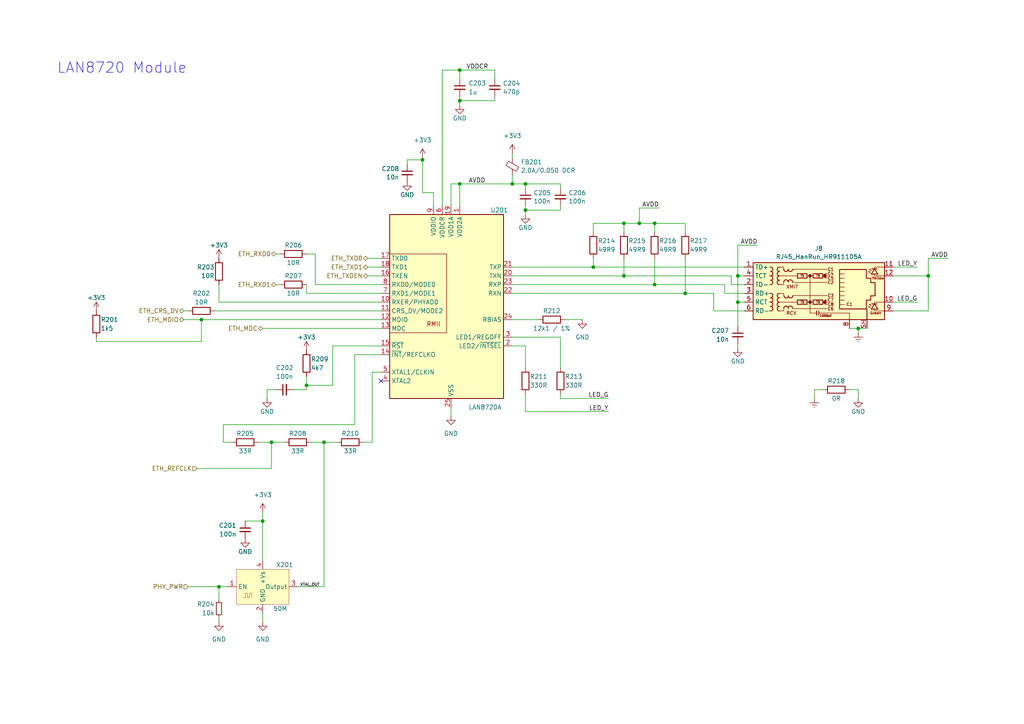
<source format=kicad_sch>
(kicad_sch (version 20230121) (generator eeschema)
  (paper "A4")
  (lib_symbols
    (symbol "Device:C_Small" (pin_numbers hide) (pin_names (offset 0.254) hide)
      (property "Reference" "C" (at 0.254 1.778 0))
      (property "Value" "C_Small" (at 0.254 -2.032 0))
      (symbol "C_Small_0_1"
        (polyline (pts (xy -1.524 -0.508) (xy 1.524 -0.508)) (stroke (width 0.3302)))
        (polyline (pts (xy -1.524 0.508) (xy 1.524 0.508)) (stroke (width 0.3048)))
      )
      (symbol "C_Small_1_1"
        (pin passive line (at 0 2.54 270) (length 2.032) (name "~") (number "1"))
        (pin passive line (at 0 -2.54 90) (length 2.032) (name "~") (number "2"))
      )
    )
    (symbol "Device:FerriteBead_Small" (pin_numbers hide) (pin_names (offset 0))
      (property "Reference" "FB" (at 1.905 1.27 0))
      (property "Value" "FerriteBead_Small" (at 1.905 -1.27 0))
      (symbol "FerriteBead_Small_0_1"
        (polyline (pts (xy 0 -1.27) (xy 0 -0.7874)))
        (polyline (pts (xy 0 0.889) (xy 0 1.2954)))
        (polyline (pts (xy -1.8288 0.2794) (xy -1.1176 1.4986) (xy 1.8288 -0.2032) (xy 1.1176 -1.4224) (xy -1.8288 0.2794)))
      )
      (symbol "FerriteBead_Small_1_1"
        (pin passive line (at 0 2.54 270) (length 1.27) (name "~") (number "1"))
        (pin passive line (at 0 -2.54 90) (length 1.27) (name "~") (number "2"))
      )
    )
    (symbol "Device:R" (pin_numbers hide) (pin_names (offset 0))
      (property "Reference" "R" (at 2.032 0 90))
      (property "Value" "R" (at 0 0 90))
      (symbol "R_0_1"
        (rectangle (start -1.016 -2.54) (end 1.016 2.54) (stroke (width 0.254)))
      )
      (symbol "R_1_1"
        (pin passive line (at 0 3.81 270) (length 1.27) (name "~") (number "1"))
        (pin passive line (at 0 -3.81 90) (length 1.27) (name "~") (number "2"))
      )
    )
    (symbol "Device:R_Small" (pin_numbers hide) (pin_names (offset 0.254) hide)
      (property "Reference" "R" (at 0.762 0.508 0))
      (property "Value" "R_Small" (at 0.762 -1.016 0))
      (symbol "R_Small_0_1"
        (rectangle (start -0.762 1.778) (end 0.762 -1.778) (stroke (width 0.2032)))
      )
      (symbol "R_Small_1_1"
        (pin passive line (at 0 2.54 270) (length 0.762) (name "~") (number "1"))
        (pin passive line (at 0 -2.54 90) (length 0.762) (name "~") (number "2"))
      )
    )
    (symbol "Interface_Ethernet:LAN8720A"
      (property "Reference" "U" (at -13.97 29.21 0))
      (property "Value" "LAN8720A" (at 15.24 29.21 0))
      (symbol "LAN8720A_0_0"
        (text "RMII" (at -5.08 -3.81 0) (effects (font (size 1.27 1.27))))
      )
      (symbol "LAN8720A_0_1"
        (rectangle (start -17.78 27.94) (end 15.24 -25.4) (stroke (width 0.254)) (fill (type background)))
        (polyline (pts (xy -17.78 -6.35) (xy -1.27 -6.35) (xy -1.27 16.51) (xy -17.78 16.51)))
      )
      (symbol "LAN8720A_1_1"
        (pin power_in line (at 2.54 30.48 270) (length 2.54) (name "VDD2A") (number "1"))
        (pin output line (at -20.32 2.54 0) (length 2.54) (name "RXER/PHYAD0") (number "10"))
        (pin bidirectional line (at -20.32 0 0) (length 2.54) (name "CRS_DV/MODE2") (number "11"))
        (pin bidirectional line (at -20.32 -2.54 0) (length 2.54) (name "MDIO") (number "12"))
        (pin input line (at -20.32 -5.08 0) (length 2.54) (name "MDC") (number "13"))
        (pin output line (at -20.32 -12.7 0) (length 2.54) (name "~{INT}/REFCLKO") (number "14"))
        (pin input line (at -20.32 -10.16 0) (length 2.54) (name "~{RST}") (number "15"))
        (pin input line (at -20.32 10.16 0) (length 2.54) (name "TXEN") (number "16"))
        (pin input line (at -20.32 15.24 0) (length 2.54) (name "TXD0") (number "17"))
        (pin input line (at -20.32 12.7 0) (length 2.54) (name "TXD1") (number "18"))
        (pin power_in line (at 0 30.48 270) (length 2.54) (name "VDD1A") (number "19"))
        (pin bidirectional line (at 17.78 -10.16 180) (length 2.54) (name "LED2/~{INTSEL}") (number "2"))
        (pin bidirectional line (at 17.78 10.16 180) (length 2.54) (name "TXN") (number "20"))
        (pin bidirectional line (at 17.78 12.7 180) (length 2.54) (name "TXP") (number "21"))
        (pin bidirectional line (at 17.78 5.08 180) (length 2.54) (name "RXN") (number "22"))
        (pin bidirectional line (at 17.78 7.62 180) (length 2.54) (name "RXP") (number "23"))
        (pin passive line (at 17.78 -2.54 180) (length 2.54) (name "RBIAS") (number "24"))
        (pin power_in line (at 0 -27.94 90) (length 2.54) (name "VSS") (number "25"))
        (pin bidirectional line (at 17.78 -7.62 180) (length 2.54) (name "LED1/REGOFF") (number "3"))
        (pin output line (at -20.32 -20.32 0) (length 2.54) (name "XTAL2") (number "4"))
        (pin input line (at -20.32 -17.78 0) (length 2.54) (name "XTAL1/CLKIN") (number "5"))
        (pin power_in line (at -2.54 30.48 270) (length 2.54) (name "VDDCR") (number "6"))
        (pin bidirectional line (at -20.32 5.08 0) (length 2.54) (name "RXD1/MODE1") (number "7"))
        (pin bidirectional line (at -20.32 7.62 0) (length 2.54) (name "RXD0/MODE0") (number "8"))
        (pin power_in line (at -5.08 30.48 270) (length 2.54) (name "VDDIO") (number "9"))
      )
    )
    (symbol "Oscillator:CFPS-72"
      (property "Reference" "X" (at -6.35 6.35 0))
      (property "Value" "CFPS-72" (at 6.35 6.35 0))
      (symbol "CFPS-72_0_1"
        (rectangle (start -7.62 5.08) (end 7.62 -5.08) (stroke (width 0.001)) (fill (type background)))
        (polyline (pts (xy -5.715 -3.175) (xy -5.08 -3.175) (xy -5.08 -1.905) (xy -4.445 -1.905) (xy -4.445 -3.175) (xy -3.81 -3.175) (xy -3.81 -1.905) (xy -3.175 -1.905) (xy -3.175 -3.175)) (stroke (width 0.0005)))
      )
      (symbol "CFPS-72_1_1"
        (pin input line (at -10.16 0 0) (length 2.54) (name "EN") (number "1"))
        (pin power_in line (at 0 -7.62 90) (length 2.54) (name "GND") (number "2"))
        (pin output line (at 10.16 0 180) (length 2.54) (name "Output") (number "3"))
        (pin power_in line (at 0 7.62 270) (length 2.54) (name "+Vs") (number "4"))
      )
    )
    (symbol "power:+3V3" (power) (pin_names (offset 0))
      (property "Value" "+3V3" (at 0 3.556 0))
      (symbol "+3V3_0_1"
        (polyline (pts (xy -0.762 1.27) (xy 0 2.54)))
        (polyline (pts (xy 0 0) (xy 0 2.54)))
        (polyline (pts (xy 0 2.54) (xy 0.762 1.27)))
      )
      (symbol "+3V3_1_1"
        (pin power_in line (at 0 0 90) (length 0) hide (name "+3V3") (number "1"))
      )
    )
    (symbol "power:Earth" (power) (pin_names (offset 0))
      (symbol "Earth_0_1"
        (polyline (pts (xy -0.635 -1.905) (xy 0.635 -1.905)))
        (polyline (pts (xy -0.127 -2.54) (xy 0.127 -2.54)))
        (polyline (pts (xy 0 -1.27) (xy 0 0)))
        (polyline (pts (xy 1.27 -1.27) (xy -1.27 -1.27)))
      )
      (symbol "Earth_1_1"
        (pin power_in line (at 0 0 270) (length 0) hide (name "Earth") (number "1"))
      )
    )
    (symbol "power:GND" (power) (pin_names (offset 0))
      (property "Value" "GND" (at 0 -3.81 0))
      (symbol "GND_0_1"
        (polyline (pts (xy 0 0) (xy 0 -1.27) (xy 1.27 -1.27) (xy 0 -2.54) (xy -1.27 -1.27) (xy 0 -1.27)))
      )
      (symbol "GND_1_1"
        (pin power_in line (at 0 0 270) (length 0) hide (name "GND") (number "1"))
      )
    )
    (symbol "remora_lib:RJ45_HanRun_HR911105A"
      (property "Reference" "J" (at 17.78 10.16 0))
      (property "Value" "RJ45_HanRun_HR911105A" (at -6.35 10.16 0))
      (symbol "RJ45_HanRun_HR911105A_0_0"
        (circle (center -1.27 -2.54) (radius 0.0001) (stroke (width 0.508)))
        (circle (center -1.27 5.08) (radius 0.0001) (stroke (width 0.508)))
        (polyline (pts (xy -1.27 5.08) (xy -1.27 -5.715)))
        (polyline (pts (xy 0.635 -5.08) (xy 0.635 -6.35)) (stroke (width 0.254)))
        (polyline (pts (xy 1.27 -5.08) (xy 1.27 -6.35)) (stroke (width 0.254)))
        (polyline (pts (xy 3.048 -2.54) (xy 2.54 -2.54)))
        (polyline (pts (xy 3.048 5.08) (xy 2.54 5.08)))
        (polyline (pts (xy 17.399 -3.175) (xy 17.399 -2.54) (xy 20.32 -2.54)))
        (polyline (pts (xy 17.399 6.985) (xy 17.399 7.62) (xy 20.32 7.62)))
        (polyline (pts (xy 20.32 -5.08) (xy 17.399 -5.08) (xy 17.399 -4.572)))
        (polyline (pts (xy 20.32 5.08) (xy 17.399 5.08) (xy 17.399 5.588)))
        (polyline (pts (xy 3.683 -1.905) (xy 3.048 -1.905) (xy 3.048 -3.175) (xy 3.683 -3.175)))
        (polyline (pts (xy 3.683 5.715) (xy 3.048 5.715) (xy 3.048 4.445) (xy 3.683 4.445)))
        (circle (center 3.048 -2.54) (radius 0.0001) (stroke (width 0.508)))
        (circle (center 3.048 5.08) (radius 0.0001) (stroke (width 0.508)))
        (text "C1" (at 4.699 6.985 0) (effects (font (size 0.889 0.889))))
        (text "C1" (at 10.16 -3.175 0) (effects (font (size 0.889 0.889))))
        (text "C2" (at 4.699 3.175 0) (effects (font (size 0.889 0.889))))
        (text "C3" (at 4.699 -0.635 0) (effects (font (size 0.889 0.889))))
        (text "C4" (at 4.699 5.715 0) (effects (font (size 0.889 0.889))))
        (text "C5" (at 4.699 4.445 0) (effects (font (size 0.889 0.889))))
        (text "C6" (at 4.699 -4.445 0) (effects (font (size 0.889 0.889))))
        (text "C7" (at 4.699 -1.905 0) (effects (font (size 0.889 0.889))))
        (text "C8" (at 4.699 -3.175 0) (effects (font (size 0.889 0.889))))
        (text "RCV" (at -8.255 -5.715 0) (effects (font (size 1.016 1.016)) (justify left)))
        (text "XMIT" (at -8.255 1.905 0) (effects (font (size 1.016 1.016)) (justify left)))
      )
      (symbol "RJ45_HanRun_HR911105A_0_1"
        (rectangle (start -17.78 8.89) (end 20.32 -7.62) (stroke (width 0.254)) (fill (type background)))
        (polyline (pts (xy -12.7 -5.08) (xy -13.081 -5.08)))
        (polyline (pts (xy -12.7 -2.54) (xy -13.081 -2.54)))
        (polyline (pts (xy -12.7 0) (xy -13.081 0)))
        (polyline (pts (xy -12.7 2.54) (xy -13.081 2.54)))
        (polyline (pts (xy -12.7 5.08) (xy -13.081 5.08)))
        (polyline (pts (xy -12.7 7.62) (xy -13.081 7.62)))
        (polyline (pts (xy -6.35 -4.445) (xy 3.683 -4.445)))
        (polyline (pts (xy -6.35 3.175) (xy 3.683 3.175)))
        (polyline (pts (xy -6.35 6.985) (xy 3.683 6.985)))
        (polyline (pts (xy -6.223 -0.635) (xy 3.683 -0.635)))
        (polyline (pts (xy -5.08 -2.54) (xy -10.16 -2.54)))
        (polyline (pts (xy -4.953 5.08) (xy -10.16 5.08)))
        (polyline (pts (xy -2.159 -2.54) (xy -0.381 -2.54)))
        (polyline (pts (xy -2.159 5.08) (xy -0.381 5.08)))
        (polyline (pts (xy 0.635 -5.715) (xy -1.27 -5.715)))
        (polyline (pts (xy 7.4295 -1.9685) (xy 8.6995 -1.9685)))
        (polyline (pts (xy 7.4295 -0.6985) (xy 8.6995 -0.6985)))
        (polyline (pts (xy 7.4295 0.5715) (xy 8.6995 0.5715)))
        (polyline (pts (xy 7.4295 1.8415) (xy 8.6995 1.8415)))
        (polyline (pts (xy 7.4295 3.1115) (xy 8.6995 3.1115)))
        (polyline (pts (xy 8.6995 -3.2385) (xy 7.4295 -3.2385)))
        (polyline (pts (xy 8.6995 4.3815) (xy 7.4295 4.3815)))
        (polyline (pts (xy 8.6995 5.6515) (xy 7.4295 5.6515)))
        (polyline (pts (xy 10.16 -5.715) (xy 1.27 -5.715)))
        (polyline (pts (xy 10.16 -5.715) (xy 10.16 -7.62)))
        (polyline (pts (xy -10.16 0) (xy -8.89 0) (xy -8.89 -0.635)))
        (polyline (pts (xy -10.16 7.62) (xy -8.89 7.62) (xy -8.89 6.985)))
        (polyline (pts (xy -8.89 -4.445) (xy -8.89 -5.08) (xy -10.16 -5.08)))
        (polyline (pts (xy -8.89 3.175) (xy -8.89 2.54) (xy -10.16 2.54)))
      )
      (symbol "RJ45_HanRun_HR911105A_1_0"
        (text "1000pF" (at 3.302 -6.477 0) (effects (font (size 0.635 0.635))))
      )
      (symbol "RJ45_HanRun_HR911105A_1_1"
        (arc (start -12.7 -1.27) (mid -12.0677 -0.635) (end -12.7 0) (stroke (width 0.254)))
        (arc (start -12.6973 -5.08) (mid -12.065 -4.445) (end -12.6973 -3.81) (stroke (width 0.254)))
        (arc (start -12.6973 -3.81) (mid -12.065 -3.175) (end -12.6973 -2.54) (stroke (width 0.254)))
        (arc (start -12.6973 -2.54) (mid -12.065 -1.905) (end -12.6973 -1.27) (stroke (width 0.254)))
        (arc (start -12.6973 6.35) (mid -12.065 6.985) (end -12.6973 7.62) (stroke (width 0.254)))
        (arc (start -12.6946 2.54) (mid -12.0623 3.175) (end -12.6946 3.81) (stroke (width 0.254)))
        (arc (start -12.6946 3.81) (mid -12.0623 4.445) (end -12.6946 5.08) (stroke (width 0.254)))
        (arc (start -12.6946 5.08) (mid -12.0623 5.715) (end -12.6946 6.35) (stroke (width 0.254)))
        (arc (start -10.1654 -2.54) (mid -10.7977 -3.175) (end -10.1654 -3.81) (stroke (width 0.254)))
        (arc (start -10.1654 -1.27) (mid -10.7977 -1.905) (end -10.1654 -2.54) (stroke (width 0.254)))
        (arc (start -10.1654 0) (mid -10.7977 -0.635) (end -10.1654 -1.27) (stroke (width 0.254)))
        (arc (start -10.1654 5.08) (mid -10.7977 4.445) (end -10.1654 3.81) (stroke (width 0.254)))
        (arc (start -10.1654 6.35) (mid -10.7977 5.715) (end -10.1654 5.08) (stroke (width 0.254)))
        (arc (start -10.1654 7.62) (mid -10.7977 6.985) (end -10.1654 6.35) (stroke (width 0.254)))
        (arc (start -10.1627 -3.81) (mid -10.795 -4.445) (end -10.1627 -5.08) (stroke (width 0.254)))
        (arc (start -10.1627 3.81) (mid -10.795 3.175) (end -10.1627 2.54) (stroke (width 0.254)))
        (arc (start -8.89 6.9823) (mid -8.255 6.35) (end -7.62 6.9823) (stroke (width 0.254)))
        (arc (start -8.8265 -0.7012) (mid -8.1915 -1.3335) (end -7.5565 -0.7012) (stroke (width 0.254)))
        (arc (start -7.62 -4.3153) (mid -8.255 -3.683) (end -8.89 -4.3153) (stroke (width 0.254)))
        (arc (start -7.62 3.3047) (mid -8.255 3.937) (end -8.89 3.3047) (stroke (width 0.254)))
        (arc (start -7.62 6.985) (mid -6.985 6.3527) (end -6.35 6.985) (stroke (width 0.254)))
        (arc (start -7.5565 -0.6985) (mid -6.9215 -1.3308) (end -6.2865 -0.6985) (stroke (width 0.254)))
        (arc (start -6.35 -4.3126) (mid -6.985 -3.6803) (end -7.62 -4.3126) (stroke (width 0.254)))
        (arc (start -6.35 3.3074) (mid -6.985 3.9397) (end -7.62 3.3074) (stroke (width 0.254)))
        (rectangle (start -4.953 -1.905) (end -2.159 -3.175) (stroke (width 0.254)))
        (rectangle (start -4.953 5.715) (end -2.159 4.445) (stroke (width 0.254)))
        (rectangle (start -0.381 -1.905) (end 2.413 -3.175) (stroke (width 0.254)))
        (rectangle (start -0.381 5.715) (end 2.413 4.445) (stroke (width 0.254)))
        (polyline (pts (xy 15.24 -7.62) (xy 15.24 -4.572)) (stroke (width 0.254)))
        (polyline (pts (xy 15.748 -3.81) (xy 15.748 -4.064)))
        (polyline (pts (xy 15.748 6.35) (xy 15.748 6.096)))
        (polyline (pts (xy 16.002 -3.175) (xy 16.002 -3.429)))
        (polyline (pts (xy 16.002 6.985) (xy 16.002 6.731)))
        (polyline (pts (xy 16.637 -3.048) (xy 18.161 -3.048)) (stroke (width 0.254)))
        (polyline (pts (xy 16.637 7.112) (xy 18.161 7.112)) (stroke (width 0.254)))
        (polyline (pts (xy 16.256 -4.318) (xy 15.748 -3.81) (xy 16.002 -3.81)))
        (polyline (pts (xy 16.256 5.842) (xy 15.748 6.35) (xy 16.002 6.35)))
        (polyline (pts (xy 16.51 -3.683) (xy 16.002 -3.175) (xy 16.256 -3.175)))
        (polyline (pts (xy 16.51 6.477) (xy 16.002 6.985) (xy 16.256 6.985)))
        (polyline (pts (xy 16.51 -4.572) (xy 18.415 -4.572) (xy 17.399 -3.048) (xy 16.51 -4.572)) (stroke (width 0.254)))
        (polyline (pts (xy 16.51 5.588) (xy 18.415 5.588) (xy 17.399 7.112) (xy 16.51 5.588)) (stroke (width 0.254)))
        (polyline (pts (xy 7.3025 -4.5085) (xy 7.3025 6.9215) (xy 15.0495 6.9215) (xy 15.0495 4.3815) (xy 16.3195 4.3815) (xy 16.3195 3.1115) (xy 17.5895 3.1115) (xy 17.5895 -0.6985) (xy 16.3195 -0.6985) (xy 16.3195 -1.9685) (xy 15.0495 -1.9685) (xy 15.0495 -4.5085) (xy 7.3025 -4.5085)) (stroke (width 0.254)))
        (text "75" (at -3.556 -2.54 0) (effects (font (size 0.635 0.635))))
        (text "75" (at -3.556 5.08 0) (effects (font (size 0.635 0.635))))
        (text "75" (at 1.016 -2.54 0) (effects (font (size 0.635 0.635))))
        (text "75" (at 1.016 5.08 0) (effects (font (size 0.635 0.635))))
        (text "Green" (at 17.78 -5.715 0) (effects (font (size 0.75 0.75))))
        (text "Yellow" (at 18.415 4.445 0) (effects (font (size 0.75 0.75))))
        (pin passive line (at -20.32 7.62 0) (length 2.54) (name "TD+") (number "1"))
        (pin passive line (at 22.86 -2.54 180) (length 2.54) (name "") (number "10"))
        (pin passive line (at 22.86 7.62 180) (length 2.54) (name "") (number "11"))
        (pin passive line (at 22.86 5.08 180) (length 2.54) (name "") (number "12"))
        (pin passive line (at -20.32 2.54 0) (length 2.54) (name "TD-") (number "2"))
        (pin passive line (at -20.32 0 0) (length 2.54) (name "RD+") (number "3"))
        (pin passive line (at -20.32 5.08 0) (length 2.54) (name "TCT") (number "4"))
        (pin passive line (at -20.32 -2.54 0) (length 2.54) (name "RCT") (number "5"))
        (pin passive line (at -20.32 -5.08 0) (length 2.54) (name "RD-") (number "6"))
        (pin no_connect line (at 20.32 0 0) (length 0) hide (name "NC") (number "7"))
        (pin power_in line (at 10.16 -10.16 90) (length 2.54) (name "") (number "8"))
        (pin passive line (at 22.86 -5.08 180) (length 2.54) (name "") (number "9"))
        (pin passive line (at 15.24 -10.16 90) (length 2.54) (name "") (number "SH"))
      )
    )
  )
  (junction (at 189.865 82.55))
  (junction (at 172.085 77.47))
  (junction (at 78.74 128.27))
  (junction (at 148.59 53.34))
  (junction (at 133.35 53.34))
  (junction (at 58.42 92.71))
  (junction (at 93.98 128.27))
  (junction (at 88.9 111.76))
  (junction (at 76.2 151.13))
  (junction (at 180.975 64.77))
  (junction (at 248.92 95.25))
  (junction (at 269.24 80.01))
  (junction (at 180.975 80.01))
  (junction (at 152.4 60.96))
  (junction (at 189.865 64.77))
  (junction (at 198.755 85.09))
  (junction (at 122.555 46.355))
  (junction (at 63.5 170.18))
  (junction (at 133.35 29.21))
  (junction (at 213.995 80.01))
  (junction (at 152.4 53.34))
  (junction (at 133.35 20.32))
  (junction (at 185.42 64.77))
  (junction (at 213.995 87.63))
  (no_connect (at 110.49 110.49))
  (wire (pts (xy 53.34 90.17) (xy 54.61 90.17)))
  (wire (pts (xy 88.9 73.66) (xy 91.44 73.66)))
  (wire (pts (xy 162.56 115.57) (xy 176.53 115.57)))
  (wire (pts (xy 148.59 92.71) (xy 156.21 92.71)))
  (wire (pts (xy 128.27 20.32) (xy 133.35 20.32)))
  (wire (pts (xy 110.49 100.33) (xy 96.52 100.33)))
  (wire (pts (xy 148.59 53.34) (xy 152.4 53.34)))
  (wire (pts (xy 236.22 115.57) (xy 236.22 113.03)))
  (wire (pts (xy 63.5 170.18) (xy 66.04 170.18)))
  (wire (pts (xy 93.98 128.27) (xy 97.79 128.27)))
  (wire (pts (xy 143.51 27.94) (xy 143.51 29.21)))
  (wire (pts (xy 58.42 99.06) (xy 58.42 92.71)))
  (wire (pts (xy 88.9 82.55) (xy 88.9 85.09)))
  (wire (pts (xy 93.98 170.18) (xy 93.98 128.27)))
  (wire (pts (xy 63.5 179.07) (xy 63.5 180.34)))
  (wire (pts (xy 259.08 77.47) (xy 266.065 77.47)))
  (wire (pts (xy 63.5 82.55) (xy 63.5 87.63)))
  (wire (pts (xy 189.865 74.93) (xy 189.865 82.55)))
  (wire (pts (xy 76.2 151.13) (xy 76.2 162.56)))
  (wire (pts (xy 106.68 80.01) (xy 110.49 80.01)))
  (wire (pts (xy 91.44 73.66) (xy 91.44 82.55)))
  (wire (pts (xy 172.085 77.47) (xy 215.9 77.47)))
  (wire (pts (xy 76.2 177.8) (xy 76.2 180.34)))
  (wire (pts (xy 106.68 74.93) (xy 110.49 74.93)))
  (wire (pts (xy 130.81 53.34) (xy 133.35 53.34)))
  (wire (pts (xy 62.23 90.17) (xy 110.49 90.17)))
  (wire (pts (xy 64.77 123.19) (xy 64.77 128.27)))
  (wire (pts (xy 207.01 90.17) (xy 207.01 85.09)))
  (wire (pts (xy 133.35 53.34) (xy 148.59 53.34)))
  (wire (pts (xy 106.68 77.47) (xy 110.49 77.47)))
  (wire (pts (xy 198.755 74.93) (xy 198.755 85.09)))
  (wire (pts (xy 185.42 64.77) (xy 189.865 64.77)))
  (wire (pts (xy 130.81 59.69) (xy 130.81 53.34)))
  (wire (pts (xy 152.4 60.96) (xy 152.4 62.23)))
  (wire (pts (xy 163.83 92.71) (xy 168.91 92.71)))
  (wire (pts (xy 152.4 54.61) (xy 152.4 53.34)))
  (wire (pts (xy 248.92 113.03) (xy 248.92 115.57)))
  (wire (pts (xy 53.34 92.71) (xy 58.42 92.71)))
  (wire (pts (xy 162.56 60.96) (xy 152.4 60.96)))
  (wire (pts (xy 213.995 71.12) (xy 219.71 71.12)))
  (wire (pts (xy 133.35 27.94) (xy 133.35 29.21)))
  (wire (pts (xy 269.24 74.93) (xy 274.955 74.93)))
  (wire (pts (xy 122.555 46.355) (xy 122.555 55.88)))
  (wire (pts (xy 212.09 80.01) (xy 180.975 80.01)))
  (wire (pts (xy 148.59 50.8) (xy 148.59 53.34)))
  (wire (pts (xy 198.755 64.77) (xy 189.865 64.77)))
  (wire (pts (xy 122.555 45.72) (xy 122.555 46.355)))
  (wire (pts (xy 185.42 60.325) (xy 191.135 60.325)))
  (wire (pts (xy 118.11 46.355) (xy 122.555 46.355)))
  (wire (pts (xy 122.555 55.88) (xy 125.73 55.88)))
  (wire (pts (xy 172.085 67.31) (xy 172.085 64.77)))
  (wire (pts (xy 259.08 90.17) (xy 269.24 90.17)))
  (wire (pts (xy 118.11 47.625) (xy 118.11 46.355)))
  (wire (pts (xy 133.35 29.21) (xy 133.35 30.48)))
  (wire (pts (xy 269.24 80.01) (xy 259.08 80.01)))
  (wire (pts (xy 248.92 95.25) (xy 251.46 95.25)))
  (wire (pts (xy 148.59 80.01) (xy 180.975 80.01)))
  (wire (pts (xy 162.56 114.3) (xy 162.56 115.57)))
  (wire (pts (xy 78.74 135.89) (xy 78.74 128.27)))
  (wire (pts (xy 57.15 135.89) (xy 78.74 135.89)))
  (wire (pts (xy 246.38 113.03) (xy 248.92 113.03)))
  (wire (pts (xy 27.94 99.06) (xy 58.42 99.06)))
  (wire (pts (xy 148.59 85.09) (xy 198.755 85.09)))
  (wire (pts (xy 67.31 128.27) (xy 64.77 128.27)))
  (wire (pts (xy 96.52 111.76) (xy 88.9 111.76)))
  (wire (pts (xy 91.44 82.55) (xy 110.49 82.55)))
  (wire (pts (xy 148.59 44.45) (xy 148.59 45.72)))
  (wire (pts (xy 54.61 170.18) (xy 63.5 170.18)))
  (wire (pts (xy 213.995 87.63) (xy 213.995 94.615)))
  (wire (pts (xy 80.01 82.55) (xy 81.28 82.55)))
  (wire (pts (xy 76.2 148.59) (xy 76.2 151.13)))
  (wire (pts (xy 88.9 109.22) (xy 88.9 111.76)))
  (wire (pts (xy 210.185 82.55) (xy 189.865 82.55)))
  (wire (pts (xy 210.185 85.09) (xy 210.185 82.55)))
  (wire (pts (xy 213.995 71.12) (xy 213.995 80.01)))
  (wire (pts (xy 213.995 87.63) (xy 213.995 80.01)))
  (wire (pts (xy 90.17 128.27) (xy 93.98 128.27)))
  (wire (pts (xy 143.51 29.21) (xy 133.35 29.21)))
  (wire (pts (xy 88.9 111.76) (xy 88.9 113.03)))
  (wire (pts (xy 80.01 73.66) (xy 81.28 73.66)))
  (wire (pts (xy 133.35 20.32) (xy 143.51 20.32)))
  (wire (pts (xy 148.59 97.79) (xy 162.56 97.79)))
  (wire (pts (xy 76.2 95.25) (xy 110.49 95.25)))
  (wire (pts (xy 27.94 99.06) (xy 27.94 97.79)))
  (wire (pts (xy 130.81 118.11) (xy 130.81 120.65)))
  (wire (pts (xy 78.74 128.27) (xy 82.55 128.27)))
  (wire (pts (xy 77.47 113.03) (xy 77.47 115.57)))
  (wire (pts (xy 110.49 107.95) (xy 107.95 107.95)))
  (wire (pts (xy 110.49 102.87) (xy 102.87 102.87)))
  (wire (pts (xy 133.35 53.34) (xy 133.35 59.69)))
  (wire (pts (xy 248.92 95.25) (xy 248.92 96.52)))
  (wire (pts (xy 148.59 77.47) (xy 172.085 77.47)))
  (wire (pts (xy 198.755 67.31) (xy 198.755 64.77)))
  (wire (pts (xy 269.24 90.17) (xy 269.24 80.01)))
  (wire (pts (xy 152.4 53.34) (xy 162.56 53.34)))
  (wire (pts (xy 215.9 80.01) (xy 213.995 80.01)))
  (wire (pts (xy 58.42 92.71) (xy 110.49 92.71)))
  (wire (pts (xy 77.47 113.03) (xy 80.01 113.03)))
  (wire (pts (xy 215.9 85.09) (xy 210.185 85.09)))
  (wire (pts (xy 102.87 102.87) (xy 102.87 123.19)))
  (wire (pts (xy 215.9 82.55) (xy 212.09 82.55)))
  (wire (pts (xy 96.52 100.33) (xy 96.52 111.76)))
  (wire (pts (xy 180.975 64.77) (xy 185.42 64.77)))
  (wire (pts (xy 86.36 170.18) (xy 93.98 170.18)))
  (wire (pts (xy 88.9 85.09) (xy 110.49 85.09)))
  (wire (pts (xy 189.865 64.77) (xy 189.865 67.31)))
  (wire (pts (xy 215.9 90.17) (xy 207.01 90.17)))
  (wire (pts (xy 236.22 113.03) (xy 238.76 113.03)))
  (wire (pts (xy 71.12 151.13) (xy 76.2 151.13)))
  (wire (pts (xy 152.4 100.33) (xy 152.4 106.68)))
  (wire (pts (xy 172.085 74.93) (xy 172.085 77.47)))
  (wire (pts (xy 143.51 20.32) (xy 143.51 22.86)))
  (wire (pts (xy 215.9 87.63) (xy 213.995 87.63)))
  (wire (pts (xy 85.09 113.03) (xy 88.9 113.03)))
  (wire (pts (xy 162.56 59.69) (xy 162.56 60.96)))
  (wire (pts (xy 152.4 114.3) (xy 152.4 119.38)))
  (wire (pts (xy 128.27 59.69) (xy 128.27 20.32)))
  (wire (pts (xy 125.73 55.88) (xy 125.73 59.69)))
  (wire (pts (xy 212.09 82.55) (xy 212.09 80.01)))
  (wire (pts (xy 152.4 119.38) (xy 176.53 119.38)))
  (wire (pts (xy 180.975 64.77) (xy 180.975 67.31)))
  (wire (pts (xy 148.59 82.55) (xy 189.865 82.55)))
  (wire (pts (xy 107.95 128.27) (xy 105.41 128.27)))
  (wire (pts (xy 185.42 60.325) (xy 185.42 64.77)))
  (wire (pts (xy 246.38 95.25) (xy 248.92 95.25)))
  (wire (pts (xy 63.5 87.63) (xy 110.49 87.63)))
  (wire (pts (xy 133.35 20.32) (xy 133.35 22.86)))
  (wire (pts (xy 102.87 123.19) (xy 64.77 123.19)))
  (wire (pts (xy 148.59 100.33) (xy 152.4 100.33)))
  (wire (pts (xy 259.08 87.63) (xy 266.065 87.63)))
  (wire (pts (xy 198.755 85.09) (xy 207.01 85.09)))
  (wire (pts (xy 152.4 59.69) (xy 152.4 60.96)))
  (wire (pts (xy 269.24 74.93) (xy 269.24 80.01)))
  (wire (pts (xy 107.95 107.95) (xy 107.95 128.27)))
  (wire (pts (xy 162.56 54.61) (xy 162.56 53.34)))
  (wire (pts (xy 162.56 97.79) (xy 162.56 106.68)))
  (wire (pts (xy 213.995 99.695) (xy 213.995 100.965)))
  (wire (pts (xy 172.085 64.77) (xy 180.975 64.77)))
  (wire (pts (xy 74.93 128.27) (xy 78.74 128.27)))
  (wire (pts (xy 63.5 170.18) (xy 63.5 173.99)))
  (wire (pts (xy 180.975 74.93) (xy 180.975 80.01)))
  (text "LAN8720 Module" (at 16.51 21.59 0) (effects (font (size 3 3)) (justify left bottom)))
  (label "AVDD" (at 135.89 53.34 0))
  (label "LED_Y" (at 176.53 119.38 180))
  (label "XTAL_OUT" (at 86.995 170.18 0) (effects (font (size 0.8 0.8))))
  (label "AVDD" (at 219.71 71.12 180))
  (label "VDDCR" (at 135.255 20.32 0))
  (label "AVDD" (at 191.135 60.325 180))
  (label "LED_G" (at 176.53 115.57 180))
  (label "LED_G" (at 266.065 87.63 180))
  (label "LED_Y" (at 266.065 77.47 180))
  (label "AVDD" (at 274.955 74.93 180))
  (hierarchical_label "ETH_TXDEN" (shape bidirectional) (at 106.68 80.01 180))
  (hierarchical_label "ETH_REFCLK" (shape input) (at 57.15 135.89 180))
  (hierarchical_label "PHY_PWR" (shape input) (at 54.61 170.18 180))
  (hierarchical_label "ETH_TXD0" (shape bidirectional) (at 106.68 74.93 180))
  (hierarchical_label "ETH_RXD1" (shape bidirectional) (at 80.01 82.55 180))
  (hierarchical_label "ETH_TXD1" (shape bidirectional) (at 106.68 77.47 180))
  (hierarchical_label "ETH_CRS_DV" (shape bidirectional) (at 53.34 90.17 180))
  (hierarchical_label "ETH_RXD0" (shape bidirectional) (at 80.01 73.66 180))
  (hierarchical_label "ETH_MDC" (shape bidirectional) (at 76.2 95.25 180))
  (hierarchical_label "ETH_MDIO" (shape bidirectional) (at 53.34 92.71 180))
  (symbol (lib_id "Device:C_Small") (at 82.55 113.03 90) (unit 1)
    (property "Reference" "C202" (at 82.5563 106.68 90))
    (property "Value" "100n" (at 82.5563 109.22 90))
    (property "Footprint" "Capacitor_SMD:C_0805_2012Metric_Pad1.18x1.45mm_HandSolder" (effects hide))
    (property "LCSC#" "C49678" (effects hide))
    (property "Mouser#" "603-CC805KRX7R9BB104" (effects hide))
  )
  (symbol (lib_id "Device:C_Small") (at 133.35 25.4 0) (unit 1)
    (property "Reference" "C203" (at 135.89 24.1363 0) (effects (justify left)))
    (property "Value" "1u" (at 135.89 26.6763 0) (effects (justify left)))
    (property "Footprint" "Capacitor_SMD:C_0805_2012Metric_Pad1.18x1.45mm_HandSolder" (effects hide))
    (property "LCSC#" "C91185" (effects hide))
    (property "Mouser#" "603-CC805KKX7R9BB105" (effects hide))
  )
  (symbol (lib_id "power:GND") (at 76.2 180.34 0) (unit 1)
    (property "Reference" "#PWR0206" (effects hide))
    (property "Value" "GND" (at 76.2 185.42 0))
  )
  (symbol (lib_id "Device:R") (at 152.4 110.49 0) (unit 1)
    (property "Reference" "R211" (at 153.67 109.22 0) (effects (justify left)))
    (property "Value" "330R" (at 153.67 111.76 0) (effects (justify left)))
    (property "Footprint" "Resistor_SMD:R_0805_2012Metric_Pad1.20x1.40mm_HandSolder" (effects hide))
    (property "LCSC#" "C105878" (effects hide))
    (property "Mouser#" "603-RC0805FR-07330RL" (effects hide))
  )
  (symbol (lib_id "Device:R") (at 71.12 128.27 270) (unit 1)
    (property "Reference" "R205" (at 71.12 125.73 90))
    (property "Value" "33R" (at 71.12 130.81 90))
    (property "Footprint" "Resistor_SMD:R_0805_2012Metric_Pad1.20x1.40mm_HandSolder" (effects hide))
    (property "LCSC#" "C126353" (effects hide))
    (property "Mouser#" "603-RC0805FR-0733RL" (effects hide))
  )
  (symbol (lib_id "Device:C_Small") (at 152.4 57.15 0) (unit 1)
    (property "Reference" "C205" (at 154.7241 55.9442 0) (effects (justify left)))
    (property "Value" "100n" (at 154.7241 58.3684 0) (effects (justify left)))
    (property "Footprint" "Capacitor_SMD:C_0805_2012Metric_Pad1.18x1.45mm_HandSolder" (effects hide))
    (property "LCSC#" "C49678" (effects hide))
    (property "Mouser#" "603-CC805KRX7R9BB104" (effects hide))
  )
  (symbol (lib_id "power:GND") (at 213.995 100.965 0) (unit 1)
    (property "Reference" "#PWR0216" (effects hide))
    (property "Value" "GND" (at 213.995 104.775 0))
  )
  (symbol (lib_id "remora_lib:RJ45_HanRun_HR911105A") (at 236.22 85.09 0) (unit 1)
    (property "Reference" "J8" (at 237.49 72.0557 0))
    (property "Value" "RJ45_HanRun_HR911105A" (at 237.49 74.4799 0))
    (property "Footprint" "Connector_RJ:RJ45_Hanrun_HR911105A_Horizontal" (effects hide))
    (property "Datasheet" "http://hanrun.com/public/upload/down/2020/09-11/cc11be56d66bb63d5f1eeb85492439c0.pdf" (effects hide))
    (property "LCSC#" "C12074" (effects hide))
  )
  (symbol (lib_id "power:+3V3") (at 88.9 101.6 0) (unit 1)
    (property "Reference" "#PWR0208" (effects hide))
    (property "Value" "+3V3" (at 88.9 97.79 0))
  )
  (symbol (lib_id "Oscillator:CFPS-72") (at 76.2 170.18 0) (unit 1)
    (property "Reference" "X201" (at 82.55 163.83 0))
    (property "Value" "50M" (at 81.28 176.53 0))
    (property "Footprint" "Oscillator:Oscillator_SMD_Abracon_ASV-4Pin_7.0x5.1mm" (effects hide))
    (property "Datasheet" "https://www.iqdfrequencyproducts.com/products/details/cfps-72-14-01.pdf" (effects hide))
    (property "LCSC#" "C242207" (effects hide))
    (property "Mouser#" "815-ASV-50.000M-E-T" (effects hide))
  )
  (symbol (lib_id "Interface_Ethernet:LAN8720A") (at 130.81 90.17 0) (unit 1)
    (property "Reference" "U201" (at 142.24 60.96 0) (effects (justify left)))
    (property "Value" "LAN8720A" (at 135.89 118.11 0) (effects (justify left)))
    (property "Footprint" "Package_DFN_QFN:VQFN-24-1EP_4x4mm_P0.5mm_EP2.5x2.5mm" (effects hide))
    (property "Datasheet" "http://ww1.microchip.com/downloads/en/DeviceDoc/8720a.pdf" (effects hide))
    (property "LCSC#" "C45223" (effects hide))
    (property "Mouser#" "886-LAN8720A-CP-TR" (effects hide))
  )
  (symbol (lib_id "Device:R") (at 180.975 71.12 0) (unit 1)
    (property "Reference" "R215" (at 182.245 69.85 0) (effects (justify left)))
    (property "Value" "49R9" (at 182.245 72.39 0) (effects (justify left)))
    (property "Footprint" "Resistor_SMD:R_0805_2012Metric_Pad1.20x1.40mm_HandSolder" (effects hide))
    (property "LCSC#" "C132320" (effects hide))
    (property "Mouser#" "603-RC0805FR-0749R9L" (effects hide))
  )
  (symbol (lib_id "Device:R") (at 63.5 78.74 0) (mirror y) (unit 1)
    (property "Reference" "R203" (at 62.23 77.47 0) (effects (justify left)))
    (property "Value" "10R" (at 62.23 80.01 0) (effects (justify left)))
    (property "Footprint" "Resistor_SMD:R_0805_2012Metric_Pad1.20x1.40mm_HandSolder" (effects hide))
    (property "LCSC#" "C96347" (effects hide))
    (property "Mouser#" "603-RC0805FR-0710RL" (effects hide))
  )
  (symbol (lib_id "Device:R") (at 101.6 128.27 270) (unit 1)
    (property "Reference" "R210" (at 101.6 125.73 90))
    (property "Value" "33R" (at 101.6 130.81 90))
    (property "Footprint" "Resistor_SMD:R_0805_2012Metric_Pad1.20x1.40mm_HandSolder" (effects hide))
    (property "LCSC#" "C126353" (effects hide))
    (property "Mouser#" "603-RC0805FR-0733RL" (effects hide))
  )
  (symbol (lib_id "Device:C_Small") (at 118.11 50.165 0) (mirror y) (unit 1)
    (property "Reference" "C208" (at 115.7859 48.9592 0) (effects (justify left)))
    (property "Value" "10n" (at 115.7859 51.3834 0) (effects (justify left)))
    (property "Footprint" "Capacitor_SMD:C_0805_2012Metric_Pad1.18x1.45mm_HandSolder" (effects hide))
    (property "LCSC#" "C83170" (effects hide))
    (property "Mouser#" "603-CC805KRX7R9BB103" (effects hide))
  )
  (symbol (lib_id "power:GND") (at 133.35 30.48 0) (unit 1)
    (property "Reference" "#PWR0211" (effects hide))
    (property "Value" "GND" (at 133.35 34.29 0))
  )
  (symbol (lib_id "Device:R") (at 27.94 93.98 0) (unit 1)
    (property "Reference" "R201" (at 29.21 92.71 0) (effects (justify left)))
    (property "Value" "1k5" (at 29.21 95.25 0) (effects (justify left)))
    (property "Footprint" "Resistor_SMD:R_0805_2012Metric_Pad1.20x1.40mm_HandSolder" (effects hide))
    (property "LCSC#" "C114555" (effects hide))
    (property "Mouser#" "603-RC0805FR-071K5L" (effects hide))
  )
  (symbol (lib_id "Device:FerriteBead_Small") (at 148.59 48.26 0) (unit 1)
    (property "Reference" "FB201" (at 151.0538 47.0098 0) (effects (justify left)))
    (property "Value" "2.0A/0.050 DCR" (at 151.0538 49.434 0) (effects (justify left)))
    (property "Footprint" "Inductor_SMD:L_0805_2012Metric_Pad1.15x1.40mm_HandSolder" (effects hide))
    (property "LCSC#" "C596496" (effects hide))
    (property "Mouser#" "81-BLM21SN300SN1D" (effects hide))
  )
  (symbol (lib_id "power:Earth") (at 248.92 96.52 0) (unit 1)
    (property "Reference" "#PWR01" (effects hide))
    (property "Value" "Earth" (effects hide))
  )
  (symbol (lib_id "Device:R") (at 88.9 105.41 0) (unit 1)
    (property "Reference" "R209" (at 90.17 104.14 0) (effects (justify left)))
    (property "Value" "4k7" (at 90.17 106.68 0) (effects (justify left)))
    (property "Footprint" "Resistor_SMD:R_0805_2012Metric_Pad1.20x1.40mm_HandSolder" (effects hide))
    (property "LCSC#" "C60816" (effects hide))
    (property "Mouser#" "603-RC0805FR-074K7L" (effects hide))
  )
  (symbol (lib_id "power:GND") (at 71.12 156.21 0) (unit 1)
    (property "Reference" "#PWR0204" (effects hide))
    (property "Value" "GND" (at 71.12 160.02 0))
  )
  (symbol (lib_id "Device:C_Small") (at 162.56 57.15 0) (unit 1)
    (property "Reference" "C206" (at 164.8841 55.9442 0) (effects (justify left)))
    (property "Value" "100n" (at 164.8841 58.3684 0) (effects (justify left)))
    (property "Footprint" "Capacitor_SMD:C_0805_2012Metric_Pad1.18x1.45mm_HandSolder" (effects hide))
    (property "LCSC#" "C49678" (effects hide))
    (property "Mouser#" "603-CC805KRX7R9BB104" (effects hide))
  )
  (symbol (lib_id "Device:C_Small") (at 71.12 153.67 0) (mirror y) (unit 1)
    (property "Reference" "C201" (at 68.58 152.4063 0) (effects (justify left)))
    (property "Value" "100n" (at 68.58 154.9463 0) (effects (justify left)))
    (property "Footprint" "Capacitor_SMD:C_0805_2012Metric_Pad1.18x1.45mm_HandSolder" (effects hide))
    (property "LCSC#" "C49678" (effects hide))
    (property "Mouser#" "603-CC805KRX7R9BB104" (effects hide))
  )
  (symbol (lib_id "Device:R") (at 198.755 71.12 0) (unit 1)
    (property "Reference" "R217" (at 200.025 69.85 0) (effects (justify left)))
    (property "Value" "49R9" (at 200.025 72.39 0) (effects (justify left)))
    (property "Footprint" "Resistor_SMD:R_0805_2012Metric_Pad1.20x1.40mm_HandSolder" (effects hide))
    (property "LCSC#" "C132320" (effects hide))
    (property "Mouser#" "603-RC0805FR-0749R9L" (effects hide))
  )
  (symbol (lib_id "power:GND") (at 118.11 52.705 0) (unit 1)
    (property "Reference" "#PWR02" (effects hide))
    (property "Value" "GND" (at 118.11 56.515 0))
  )
  (symbol (lib_id "Device:R") (at 242.57 113.03 90) (unit 1)
    (property "Reference" "R218" (at 242.57 110.49 90))
    (property "Value" "0R" (at 242.57 115.57 90))
    (property "Footprint" "Resistor_SMD:R_0805_2012Metric_Pad1.20x1.40mm_HandSolder" (effects hide))
    (property "LCSC#" "C96345" (effects hide))
    (property "Mouser#" "603-RC0805FR-070RL" (effects hide))
  )
  (symbol (lib_id "Device:R") (at 58.42 90.17 90) (unit 1)
    (property "Reference" "R202" (at 58.42 85.09 90))
    (property "Value" "10R" (at 58.42 87.63 90))
    (property "Footprint" "Resistor_SMD:R_0805_2012Metric_Pad1.20x1.40mm_HandSolder" (effects hide))
    (property "LCSC#" "C96347" (effects hide))
    (property "Mouser#" "603-RC0805FR-0710RL" (effects hide))
  )
  (symbol (lib_id "Device:R") (at 86.36 128.27 270) (unit 1)
    (property "Reference" "R208" (at 86.36 125.73 90))
    (property "Value" "33R" (at 86.36 130.81 90))
    (property "Footprint" "Resistor_SMD:R_0805_2012Metric_Pad1.20x1.40mm_HandSolder" (effects hide))
    (property "LCSC#" "C126353" (effects hide))
    (property "Mouser#" "603-RC0805FR-0733RL" (effects hide))
  )
  (symbol (lib_id "Device:R") (at 85.09 82.55 90) (unit 1)
    (property "Reference" "R207" (at 85.09 80.01 90))
    (property "Value" "10R" (at 85.09 85.09 90))
    (property "Footprint" "Resistor_SMD:R_0805_2012Metric_Pad1.20x1.40mm_HandSolder" (effects hide))
    (property "LCSC#" "C96347" (effects hide))
    (property "Mouser#" "603-RC0805FR-0710RL" (effects hide))
  )
  (symbol (lib_id "Device:R_Small") (at 63.5 176.53 0) (unit 1)
    (property "Reference" "R204" (at 62.23 175.26 0) (effects (justify right)))
    (property "Value" "10k" (at 62.23 177.8 0) (effects (justify right)))
    (property "Footprint" "Resistor_SMD:R_0805_2012Metric_Pad1.20x1.40mm_HandSolder" (effects hide))
    (property "Mouser#" "603-RC0805FR-0710KL" (effects hide))
    (property "LCSC#" "C140868" (effects hide))
  )
  (symbol (lib_id "power:Earth") (at 236.22 115.57 0) (unit 1)
    (property "Reference" "#PWR0217" (effects hide))
    (property "Value" "Earth" (effects hide))
  )
  (symbol (lib_id "power:GND") (at 63.5 180.34 0) (unit 1)
    (property "Reference" "#PWR0203" (effects hide))
    (property "Value" "GND" (at 63.5 185.42 0))
  )
  (symbol (lib_id "power:+3V3") (at 76.2 148.59 0) (unit 1)
    (property "Reference" "#PWR0205" (effects hide))
    (property "Value" "+3V3" (at 76.2 143.51 0))
  )
  (symbol (lib_id "power:GND") (at 152.4 62.23 0) (unit 1)
    (property "Reference" "#PWR0213" (effects hide))
    (property "Value" "GND" (at 152.4 66.04 0))
  )
  (symbol (lib_id "power:+3V3") (at 63.5 74.93 0) (unit 1)
    (property "Reference" "#PWR0202" (effects hide))
    (property "Value" "+3V3" (at 63.5 71.12 0))
  )
  (symbol (lib_id "Device:C_Small") (at 143.51 25.4 0) (unit 1)
    (property "Reference" "C204" (at 145.8341 24.1942 0) (effects (justify left)))
    (property "Value" "470p" (at 145.8341 26.6184 0) (effects (justify left)))
    (property "Footprint" "Capacitor_SMD:C_0805_2012Metric_Pad1.18x1.45mm_HandSolder" (effects hide))
    (property "LCSC#" "C107152" (effects hide))
    (property "Mouser#" "603-CC805KRX7R9BB471" (effects hide))
  )
  (symbol (lib_id "power:GND") (at 130.81 120.65 0) (unit 1)
    (property "Reference" "#PWR0210" (effects hide))
    (property "Value" "GND" (at 130.81 125.73 0))
  )
  (symbol (lib_id "Device:R") (at 160.02 92.71 90) (unit 1)
    (property "Reference" "R212" (at 160.02 90.17 90))
    (property "Value" "12k1 / 1%" (at 160.02 95.25 90))
    (property "Footprint" "Resistor_SMD:R_0805_2012Metric_Pad1.20x1.40mm_HandSolder" (effects hide))
    (property "LCSC#" "C2933295" (effects hide))
    (property "Mouser#" "603-RC0805FR-0712K1L" (effects hide))
  )
  (symbol (lib_id "Device:C_Small") (at 213.995 97.155 0) (mirror y) (unit 1)
    (property "Reference" "C207" (at 211.455 95.8913 0) (effects (justify left)))
    (property "Value" "10n" (at 211.455 98.4313 0) (effects (justify left)))
    (property "Footprint" "Capacitor_SMD:C_0805_2012Metric_Pad1.18x1.45mm_HandSolder" (effects hide))
    (property "LCSC#" "C83170" (effects hide))
    (property "Mouser#" "603-CC805KRX7R9BB103" (effects hide))
  )
  (symbol (lib_id "power:GND") (at 168.91 92.71 0) (unit 1)
    (property "Reference" "#PWR0214" (effects hide))
    (property "Value" "GND" (at 168.91 97.79 0))
  )
  (symbol (lib_id "power:GND") (at 248.92 115.57 0) (unit 1)
    (property "Reference" "#PWR0220" (effects hide))
    (property "Value" "GND" (at 248.92 119.38 0))
  )
  (symbol (lib_id "Device:R") (at 172.085 71.12 0) (unit 1)
    (property "Reference" "R214" (at 173.355 69.85 0) (effects (justify left)))
    (property "Value" "49R9" (at 173.355 72.39 0) (effects (justify left)))
    (property "Footprint" "Resistor_SMD:R_0805_2012Metric_Pad1.20x1.40mm_HandSolder" (effects hide))
    (property "LCSC#" "C132320" (effects hide))
    (property "Mouser#" "603-RC0805FR-0749R9L" (effects hide))
  )
  (symbol (lib_id "Device:R") (at 189.865 71.12 0) (unit 1)
    (property "Reference" "R216" (at 191.135 69.85 0) (effects (justify left)))
    (property "Value" "49R9" (at 191.135 72.39 0) (effects (justify left)))
    (property "Footprint" "Resistor_SMD:R_0805_2012Metric_Pad1.20x1.40mm_HandSolder" (effects hide))
    (property "LCSC#" "C132320" (effects hide))
    (property "Mouser#" "603-RC0805FR-0749R9L" (effects hide))
  )
  (symbol (lib_id "power:GND") (at 77.47 115.57 0) (unit 1)
    (property "Reference" "#PWR0207" (effects hide))
    (property "Value" "GND" (at 77.47 119.38 0))
  )
  (symbol (lib_id "power:+3V3") (at 122.555 45.72 0) (unit 1)
    (property "Reference" "#PWR0209" (effects hide))
    (property "Value" "+3V3" (at 122.555 40.64 0))
  )
  (symbol (lib_id "Device:R") (at 85.09 73.66 90) (unit 1)
    (property "Reference" "R206" (at 85.09 71.12 90))
    (property "Value" "10R" (at 85.09 76.2 90))
    (property "Footprint" "Resistor_SMD:R_0805_2012Metric_Pad1.20x1.40mm_HandSolder" (effects hide))
    (property "LCSC#" "C96347" (effects hide))
    (property "Mouser#" "603-RC0805FR-0710RL" (effects hide))
  )
  (symbol (lib_id "power:+3V3") (at 148.59 44.45 0) (unit 1)
    (property "Reference" "#PWR0212" (effects hide))
    (property "Value" "+3V3" (at 148.59 39.37 0))
  )
  (symbol (lib_id "power:+3V3") (at 27.94 90.17 0) (unit 1)
    (property "Reference" "#PWR0201" (effects hide))
    (property "Value" "+3V3" (at 27.94 86.36 0))
  )
  (symbol (lib_id "Device:R") (at 162.56 110.49 0) (unit 1)
    (property "Reference" "R213" (at 163.83 109.22 0) (effects (justify left)))
    (property "Value" "330R" (at 163.83 111.76 0) (effects (justify left)))
    (property "Footprint" "Resistor_SMD:R_0805_2012Metric_Pad1.20x1.40mm_HandSolder" (effects hide))
    (property "LCSC#" "C105878" (effects hide))
    (property "Mouser#" "603-RC0805FR-07330RL" (effects hide))
  )
)
</source>
